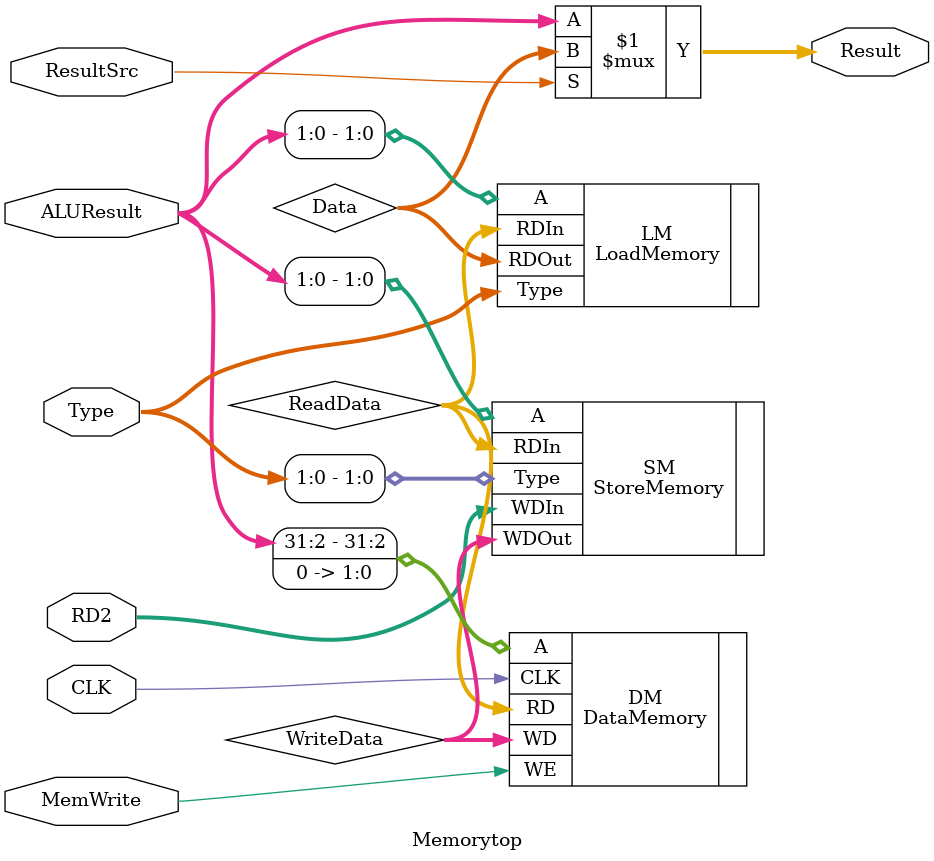
<source format=sv>
module Memorytop (
    input               CLK,
    input  logic [31:0] ALUResult,
    input  logic [31:0] RD2,
    input  logic [ 2:0] Type,
    input  logic        MemWrite,
    input  logic        ResultSrc,
    output logic [31:0] Result
);

  logic [31:0] ReadData;
  logic [31:0] WriteData;
  logic [31:0] Data;

  // Store Memory Module
  StoreMemory SM (
      .A(ALUResult[1:0]),
      .Type(Type[1:0]),
      .RDIn(ReadData),
      .WDIn(RD2),
      .WDOut(WriteData)
  );

  // Data Memory Module
  DataMemory DM (
      .A  ({{ALUResult[31:2]}, {2'b00}}),
      .WD (WriteData),
      .WE (MemWrite),
      .RD (ReadData),
      .CLK(CLK)
  );

  // Load Memory Module
  LoadMemory LM (
      .A(ALUResult[1:0]),
      .Type(Type),
      .RDIn(ReadData),
      .RDOut(Data)
  );

  // Output MUX
  assign Result = ResultSrc ? Data : ALUResult;

endmodule

</source>
